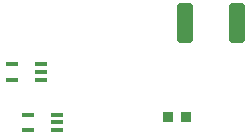
<source format=gbr>
%TF.GenerationSoftware,KiCad,Pcbnew,7.0.7*%
%TF.CreationDate,2023-10-14T22:56:05-05:00*%
%TF.ProjectId,USB-CV1,5553422d-4356-4312-9e6b-696361645f70,rev?*%
%TF.SameCoordinates,Original*%
%TF.FileFunction,Paste,Top*%
%TF.FilePolarity,Positive*%
%FSLAX46Y46*%
G04 Gerber Fmt 4.6, Leading zero omitted, Abs format (unit mm)*
G04 Created by KiCad (PCBNEW 7.0.7) date 2023-10-14 22:56:05*
%MOMM*%
%LPD*%
G01*
G04 APERTURE LIST*
G04 Aperture macros list*
%AMRoundRect*
0 Rectangle with rounded corners*
0 $1 Rounding radius*
0 $2 $3 $4 $5 $6 $7 $8 $9 X,Y pos of 4 corners*
0 Add a 4 corners polygon primitive as box body*
4,1,4,$2,$3,$4,$5,$6,$7,$8,$9,$2,$3,0*
0 Add four circle primitives for the rounded corners*
1,1,$1+$1,$2,$3*
1,1,$1+$1,$4,$5*
1,1,$1+$1,$6,$7*
1,1,$1+$1,$8,$9*
0 Add four rect primitives between the rounded corners*
20,1,$1+$1,$2,$3,$4,$5,0*
20,1,$1+$1,$4,$5,$6,$7,0*
20,1,$1+$1,$6,$7,$8,$9,0*
20,1,$1+$1,$8,$9,$2,$3,0*%
G04 Aperture macros list end*
%ADD10R,0.965200X0.939800*%
%ADD11R,1.070699X0.304800*%
%ADD12RoundRect,0.250000X-0.400000X-1.450000X0.400000X-1.450000X0.400000X1.450000X-0.400000X1.450000X0*%
G04 APERTURE END LIST*
D10*
%TO.C,R3*%
X136479300Y-80190000D03*
X134980700Y-80190000D03*
%TD*%
D11*
%TO.C,U2*%
X125558451Y-81259999D03*
X125558451Y-80610000D03*
X125558451Y-79960001D03*
X123141549Y-79960001D03*
X123141549Y-81259999D03*
%TD*%
D12*
%TO.C,F1*%
X136395000Y-72220000D03*
X140845000Y-72220000D03*
%TD*%
D11*
%TO.C,U1*%
X124198451Y-77009999D03*
X124198451Y-76360000D03*
X124198451Y-75710001D03*
X121781549Y-75710001D03*
X121781549Y-77009999D03*
%TD*%
M02*

</source>
